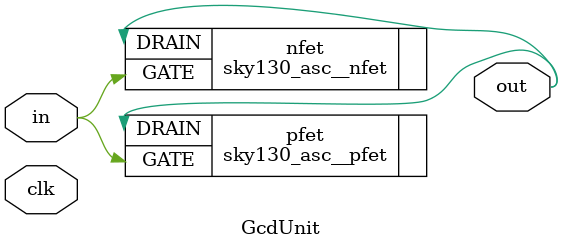
<source format=v>


// sky130_fd_sc_hd__inv_2 inv (
//   .Y(out),
//   .A(in)
// );

// endmodule // GcdUnit

module GcdUnit (
    input wire clk,
    input wire in,
    output wire out
);

//   wire PWR, GND;  
//   assign PWR = 1'b1;
//   assign GND = 1'b0;

  sky130_asc__pfet pfet(
      .GATE(in),
    //   .SOURCE(PWR),
      .DRAIN(out)
  );
  sky130_asc__nfet nfet(
      .GATE(in),
    //   .SOURCE(GND),
      .DRAIN(out)
  );
endmodule

</source>
